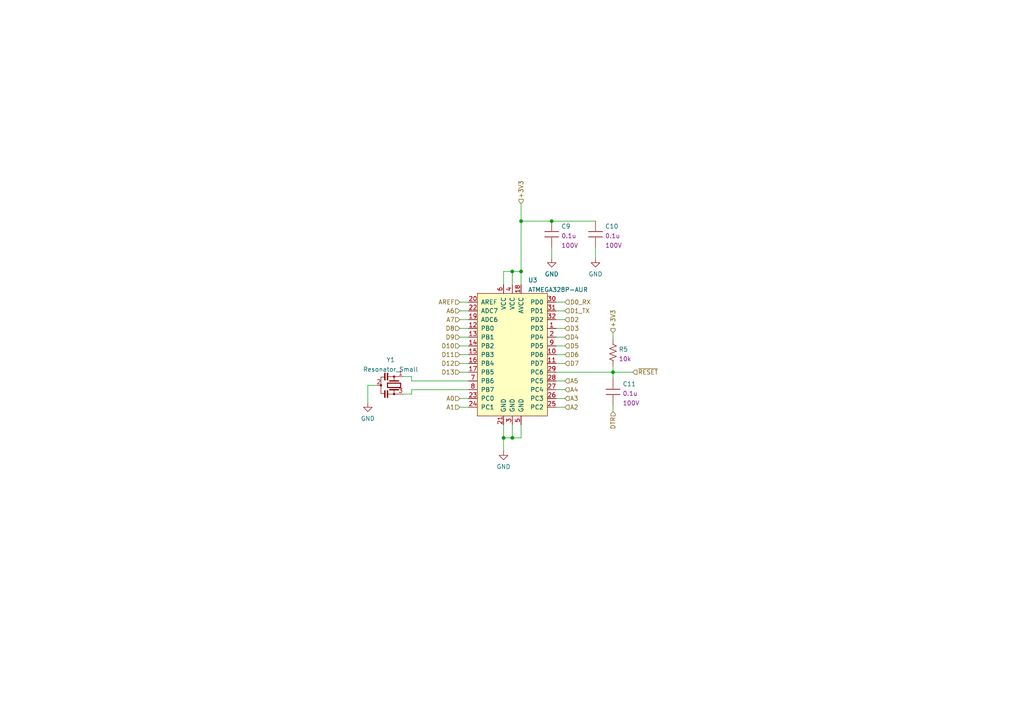
<source format=kicad_sch>
(kicad_sch (version 20211123) (generator eeschema)

  (uuid 51a0c0b2-a2a8-4672-9541-10a4895da274)

  (paper "A4")

  (lib_symbols
    (symbol "Device:Resonator_Small" (pin_names (offset 1.016) hide) (in_bom yes) (on_board yes)
      (property "Reference" "Y" (id 0) (at 3.175 1.905 0)
        (effects (font (size 1.27 1.27)) (justify left))
      )
      (property "Value" "Resonator_Small" (id 1) (at 3.175 0 0)
        (effects (font (size 1.27 1.27)) (justify left))
      )
      (property "Footprint" "" (id 2) (at -0.635 0 0)
        (effects (font (size 1.27 1.27)) hide)
      )
      (property "Datasheet" "~" (id 3) (at -0.635 0 0)
        (effects (font (size 1.27 1.27)) hide)
      )
      (property "ki_keywords" "ceramic resonator" (id 4) (at 0 0 0)
        (effects (font (size 1.27 1.27)) hide)
      )
      (property "ki_description" "Three pin ceramic resonator, small symbol" (id 5) (at 0 0 0)
        (effects (font (size 1.27 1.27)) hide)
      )
      (property "ki_fp_filters" "Filter* Resonator*" (id 6) (at 0 0 0)
        (effects (font (size 1.27 1.27)) hide)
      )
      (symbol "Resonator_Small_0_1"
        (rectangle (start -3.556 -2.54) (end -1.524 -2.794)
          (stroke (width 0) (type default) (color 0 0 0 0))
          (fill (type outline))
        )
        (rectangle (start -3.556 -1.778) (end -1.524 -2.032)
          (stroke (width 0) (type default) (color 0 0 0 0))
          (fill (type outline))
        )
        (circle (center -2.54 0) (radius 0.254)
          (stroke (width 0) (type default) (color 0 0 0 0))
          (fill (type outline))
        )
        (rectangle (start -0.635 1.905) (end 0.635 -1.905)
          (stroke (width 0.3048) (type default) (color 0 0 0 0))
          (fill (type none))
        )
        (circle (center 0 -3.81) (radius 0.254)
          (stroke (width 0) (type default) (color 0 0 0 0))
          (fill (type outline))
        )
        (polyline
          (pts
            (xy -2.54 -1.778)
            (xy -2.54 0)
          )
          (stroke (width 0) (type default) (color 0 0 0 0))
          (fill (type none))
        )
        (polyline
          (pts
            (xy -2.54 0)
            (xy -1.397 0)
          )
          (stroke (width 0) (type default) (color 0 0 0 0))
          (fill (type none))
        )
        (polyline
          (pts
            (xy -2.54 1.27)
            (xy -2.54 0)
          )
          (stroke (width 0) (type default) (color 0 0 0 0))
          (fill (type none))
        )
        (polyline
          (pts
            (xy -1.27 -1.27)
            (xy -1.27 1.27)
          )
          (stroke (width 0.381) (type default) (color 0 0 0 0))
          (fill (type none))
        )
        (polyline
          (pts
            (xy 1.27 -1.27)
            (xy 1.27 1.27)
          )
          (stroke (width 0.381) (type default) (color 0 0 0 0))
          (fill (type none))
        )
        (polyline
          (pts
            (xy 1.27 0)
            (xy 2.54 0)
          )
          (stroke (width 0) (type default) (color 0 0 0 0))
          (fill (type none))
        )
        (polyline
          (pts
            (xy 2.54 0)
            (xy 2.54 -1.778)
          )
          (stroke (width 0) (type default) (color 0 0 0 0))
          (fill (type none))
        )
        (polyline
          (pts
            (xy 2.54 1.27)
            (xy 2.54 0)
          )
          (stroke (width 0) (type default) (color 0 0 0 0))
          (fill (type none))
        )
        (polyline
          (pts
            (xy 2.413 -2.794)
            (xy 2.413 -3.81)
            (xy -2.413 -3.81)
            (xy -2.413 -2.667)
          )
          (stroke (width 0) (type default) (color 0 0 0 0))
          (fill (type none))
        )
        (rectangle (start 1.524 -2.54) (end 3.556 -2.794)
          (stroke (width 0) (type default) (color 0 0 0 0))
          (fill (type outline))
        )
        (rectangle (start 1.524 -1.778) (end 3.556 -2.032)
          (stroke (width 0) (type default) (color 0 0 0 0))
          (fill (type outline))
        )
        (circle (center 2.54 0) (radius 0.254)
          (stroke (width 0) (type default) (color 0 0 0 0))
          (fill (type outline))
        )
      )
      (symbol "Resonator_Small_1_1"
        (pin passive line (at -2.54 2.54 270) (length 1.27)
          (name "1" (effects (font (size 1.27 1.27))))
          (number "1" (effects (font (size 1.27 1.27))))
        )
        (pin passive line (at 0 -5.08 90) (length 1.27)
          (name "2" (effects (font (size 1.27 1.27))))
          (number "2" (effects (font (size 1.27 1.27))))
        )
        (pin passive line (at 2.54 2.54 270) (length 1.27)
          (name "3" (effects (font (size 1.27 1.27))))
          (number "3" (effects (font (size 1.27 1.27))))
        )
      )
    )
    (symbol "dk_Embedded-Microcontrollers:ATMEGA328P-AUR" (pin_names (offset 1.016)) (in_bom yes) (on_board yes)
      (property "Reference" "U" (id 0) (at -10.16 24.13 0)
        (effects (font (size 1.27 1.27)) (justify left))
      )
      (property "Value" "ATMEGA328P-AUR" (id 1) (at 3.81 -13.97 0)
        (effects (font (size 1.27 1.27)) (justify left))
      )
      (property "Footprint" "digikey-footprints:TQFP-32_7x7mm" (id 2) (at 5.08 5.08 0)
        (effects (font (size 1.524 1.524)) (justify left) hide)
      )
      (property "Datasheet" "http://www.microchip.com/mymicrochip/filehandler.aspx?ddocname=en589968" (id 3) (at 5.08 7.62 0)
        (effects (font (size 1.524 1.524)) (justify left) hide)
      )
      (property "Digi-Key_PN" "ATMEGA328P-AURCT-ND" (id 4) (at 5.08 10.16 0)
        (effects (font (size 1.524 1.524)) (justify left) hide)
      )
      (property "MPN" "ATMEGA328P-AUR" (id 5) (at 5.08 12.7 0)
        (effects (font (size 1.524 1.524)) (justify left) hide)
      )
      (property "Category" "Integrated Circuits (ICs)" (id 6) (at 5.08 15.24 0)
        (effects (font (size 1.524 1.524)) (justify left) hide)
      )
      (property "Family" "Embedded - Microcontrollers" (id 7) (at 5.08 17.78 0)
        (effects (font (size 1.524 1.524)) (justify left) hide)
      )
      (property "DK_Datasheet_Link" "http://www.microchip.com/mymicrochip/filehandler.aspx?ddocname=en589968" (id 8) (at 5.08 20.32 0)
        (effects (font (size 1.524 1.524)) (justify left) hide)
      )
      (property "DK_Detail_Page" "/product-detail/en/microchip-technology/ATMEGA328P-AUR/ATMEGA328P-AURCT-ND/3789455" (id 9) (at 5.08 22.86 0)
        (effects (font (size 1.524 1.524)) (justify left) hide)
      )
      (property "Description" "IC MCU 8BIT 32KB FLASH 32TQFP" (id 10) (at 5.08 25.4 0)
        (effects (font (size 1.524 1.524)) (justify left) hide)
      )
      (property "Manufacturer" "Microchip Technology" (id 11) (at 5.08 27.94 0)
        (effects (font (size 1.524 1.524)) (justify left) hide)
      )
      (property "Status" "Active" (id 12) (at 5.08 30.48 0)
        (effects (font (size 1.524 1.524)) (justify left) hide)
      )
      (property "ki_description" "IC MCU 8BIT 32KB FLASH 32TQFP" (id 13) (at 0 0 0)
        (effects (font (size 1.27 1.27)) hide)
      )
      (symbol "ATMEGA328P-AUR_0_1"
        (rectangle (start -10.16 22.86) (end 10.16 -12.7)
          (stroke (width 0) (type default) (color 0 0 0 0))
          (fill (type background))
        )
      )
      (symbol "ATMEGA328P-AUR_1_1"
        (pin bidirectional line (at 12.7 12.7 180) (length 2.54)
          (name "PD3" (effects (font (size 1.27 1.27))))
          (number "1" (effects (font (size 1.27 1.27))))
        )
        (pin bidirectional line (at 12.7 5.08 180) (length 2.54)
          (name "PD6" (effects (font (size 1.27 1.27))))
          (number "10" (effects (font (size 1.27 1.27))))
        )
        (pin bidirectional line (at 12.7 2.54 180) (length 2.54)
          (name "PD7" (effects (font (size 1.27 1.27))))
          (number "11" (effects (font (size 1.27 1.27))))
        )
        (pin bidirectional line (at -12.7 12.7 0) (length 2.54)
          (name "PB0" (effects (font (size 1.27 1.27))))
          (number "12" (effects (font (size 1.27 1.27))))
        )
        (pin bidirectional line (at -12.7 10.16 0) (length 2.54)
          (name "PB1" (effects (font (size 1.27 1.27))))
          (number "13" (effects (font (size 1.27 1.27))))
        )
        (pin bidirectional line (at -12.7 7.62 0) (length 2.54)
          (name "PB2" (effects (font (size 1.27 1.27))))
          (number "14" (effects (font (size 1.27 1.27))))
        )
        (pin bidirectional line (at -12.7 5.08 0) (length 2.54)
          (name "PB3" (effects (font (size 1.27 1.27))))
          (number "15" (effects (font (size 1.27 1.27))))
        )
        (pin bidirectional line (at -12.7 2.54 0) (length 2.54)
          (name "PB4" (effects (font (size 1.27 1.27))))
          (number "16" (effects (font (size 1.27 1.27))))
        )
        (pin bidirectional line (at -12.7 0 0) (length 2.54)
          (name "PB5" (effects (font (size 1.27 1.27))))
          (number "17" (effects (font (size 1.27 1.27))))
        )
        (pin power_in line (at 2.54 25.4 270) (length 2.54)
          (name "AVCC" (effects (font (size 1.27 1.27))))
          (number "18" (effects (font (size 1.27 1.27))))
        )
        (pin input line (at -12.7 15.24 0) (length 2.54)
          (name "ADC6" (effects (font (size 1.27 1.27))))
          (number "19" (effects (font (size 1.27 1.27))))
        )
        (pin bidirectional line (at 12.7 10.16 180) (length 2.54)
          (name "PD4" (effects (font (size 1.27 1.27))))
          (number "2" (effects (font (size 1.27 1.27))))
        )
        (pin input line (at -12.7 20.32 0) (length 2.54)
          (name "AREF" (effects (font (size 1.27 1.27))))
          (number "20" (effects (font (size 1.27 1.27))))
        )
        (pin power_in line (at -2.54 -15.24 90) (length 2.54)
          (name "GND" (effects (font (size 1.27 1.27))))
          (number "21" (effects (font (size 1.27 1.27))))
        )
        (pin input line (at -12.7 17.78 0) (length 2.54)
          (name "ADC7" (effects (font (size 1.27 1.27))))
          (number "22" (effects (font (size 1.27 1.27))))
        )
        (pin bidirectional line (at -12.7 -7.62 0) (length 2.54)
          (name "PC0" (effects (font (size 1.27 1.27))))
          (number "23" (effects (font (size 1.27 1.27))))
        )
        (pin bidirectional line (at -12.7 -10.16 0) (length 2.54)
          (name "PC1" (effects (font (size 1.27 1.27))))
          (number "24" (effects (font (size 1.27 1.27))))
        )
        (pin bidirectional line (at 12.7 -10.16 180) (length 2.54)
          (name "PC2" (effects (font (size 1.27 1.27))))
          (number "25" (effects (font (size 1.27 1.27))))
        )
        (pin bidirectional line (at 12.7 -7.62 180) (length 2.54)
          (name "PC3" (effects (font (size 1.27 1.27))))
          (number "26" (effects (font (size 1.27 1.27))))
        )
        (pin bidirectional line (at 12.7 -5.08 180) (length 2.54)
          (name "PC4" (effects (font (size 1.27 1.27))))
          (number "27" (effects (font (size 1.27 1.27))))
        )
        (pin bidirectional line (at 12.7 -2.54 180) (length 2.54)
          (name "PC5" (effects (font (size 1.27 1.27))))
          (number "28" (effects (font (size 1.27 1.27))))
        )
        (pin bidirectional line (at 12.7 0 180) (length 2.54)
          (name "PC6" (effects (font (size 1.27 1.27))))
          (number "29" (effects (font (size 1.27 1.27))))
        )
        (pin power_in line (at 0 -15.24 90) (length 2.54)
          (name "GND" (effects (font (size 1.27 1.27))))
          (number "3" (effects (font (size 1.27 1.27))))
        )
        (pin bidirectional line (at 12.7 20.32 180) (length 2.54)
          (name "PD0" (effects (font (size 1.27 1.27))))
          (number "30" (effects (font (size 1.27 1.27))))
        )
        (pin bidirectional line (at 12.7 17.78 180) (length 2.54)
          (name "PD1" (effects (font (size 1.27 1.27))))
          (number "31" (effects (font (size 1.27 1.27))))
        )
        (pin bidirectional line (at 12.7 15.24 180) (length 2.54)
          (name "PD2" (effects (font (size 1.27 1.27))))
          (number "32" (effects (font (size 1.27 1.27))))
        )
        (pin power_in line (at 0 25.4 270) (length 2.54)
          (name "VCC" (effects (font (size 1.27 1.27))))
          (number "4" (effects (font (size 1.27 1.27))))
        )
        (pin power_in line (at 2.54 -15.24 90) (length 2.54)
          (name "GND" (effects (font (size 1.27 1.27))))
          (number "5" (effects (font (size 1.27 1.27))))
        )
        (pin power_in line (at -2.54 25.4 270) (length 2.54)
          (name "VCC" (effects (font (size 1.27 1.27))))
          (number "6" (effects (font (size 1.27 1.27))))
        )
        (pin bidirectional line (at -12.7 -2.54 0) (length 2.54)
          (name "PB6" (effects (font (size 1.27 1.27))))
          (number "7" (effects (font (size 1.27 1.27))))
        )
        (pin bidirectional line (at -12.7 -5.08 0) (length 2.54)
          (name "PB7" (effects (font (size 1.27 1.27))))
          (number "8" (effects (font (size 1.27 1.27))))
        )
        (pin bidirectional line (at 12.7 7.62 180) (length 2.54)
          (name "PD5" (effects (font (size 1.27 1.27))))
          (number "9" (effects (font (size 1.27 1.27))))
        )
      )
    )
    (symbol "mw_ceramic_caps:CGA3E3X7S2A104K080AB" (pin_numbers hide) (pin_names (offset 0.254)) (in_bom yes) (on_board yes)
      (property "Reference" "C" (id 0) (at 3.81 3.81 0)
        (effects (font (size 1.27 1.27)) (justify left))
      )
      (property "Value" "CGA3E3X7S2A104K080AB" (id 1) (at 3.81 -12.7 0)
        (effects (font (size 1.27 1.27)) (justify left) hide)
      )
      (property "Footprint" "Capacitor_SMD:C_0603_1608Metric" (id 2) (at 3.81 -15.24 0)
        (effects (font (size 1.27 1.27)) (justify left) hide)
      )
      (property "Datasheet" "~" (id 3) (at 0.635 2.54 0)
        (effects (font (size 1.27 1.27)) hide)
      )
      (property "Digikey Part Number" "445-6938-1-ND" (id 4) (at 3.81 -17.78 0)
        (effects (font (size 1.27 1.27)) (justify left) hide)
      )
      (property "Manufacturer" "TDK" (id 5) (at 3.81 -20.32 0)
        (effects (font (size 1.27 1.27)) (justify left) hide)
      )
      (property "Capacitance" "0.1u" (id 6) (at 3.81 1.27 0)
        (effects (font (size 1.27 1.27)) (justify left))
      )
      (property "Class" "X7S" (id 7) (at 3.81 -10.16 0)
        (effects (font (size 1.27 1.27)) (justify left) hide)
      )
      (property "Size" "0603" (id 8) (at 3.81 -3.81 0)
        (effects (font (size 1.27 1.27)) (justify left) hide)
      )
      (property "Voltage Rating" "100V" (id 9) (at 3.81 -1.27 0)
        (effects (font (size 1.27 1.27)) (justify left))
      )
      (property "Part Number" "CGA3E3X7S2A104K080AB" (id 10) (at 3.81 -22.86 0)
        (effects (font (size 1.27 1.27)) (justify left) hide)
      )
      (property "ki_keywords" "cap capacitor ceramic" (id 11) (at 0 0 0)
        (effects (font (size 1.27 1.27)) hide)
      )
      (property "ki_description" "cap 0.1u 100V 0603 ceramic X7S AEC-Q200" (id 12) (at 0 0 0)
        (effects (font (size 1.27 1.27)) hide)
      )
      (property "ki_fp_filters" "C_*" (id 13) (at 0 0 0)
        (effects (font (size 1.27 1.27)) hide)
      )
      (symbol "CGA3E3X7S2A104K080AB_0_1"
        (polyline
          (pts
            (xy -2.032 -0.762)
            (xy 2.032 -0.762)
          )
          (stroke (width 0.2032) (type default) (color 0 0 0 0))
          (fill (type none))
        )
        (polyline
          (pts
            (xy -2.032 0.762)
            (xy 2.032 0.762)
          )
          (stroke (width 0.2032) (type default) (color 0 0 0 0))
          (fill (type none))
        )
      )
      (symbol "CGA3E3X7S2A104K080AB_1_1"
        (pin passive line (at 0 3.81 270) (length 2.794)
          (name "~" (effects (font (size 1.27 1.27))))
          (number "1" (effects (font (size 1.27 1.27))))
        )
        (pin passive line (at 0 -3.81 90) (length 2.794)
          (name "~" (effects (font (size 1.27 1.27))))
          (number "2" (effects (font (size 1.27 1.27))))
        )
      )
    )
    (symbol "mw_resistors_smd:RC0402FR-0710KL" (pin_numbers hide) (pin_names (offset 0)) (in_bom yes) (on_board yes)
      (property "Reference" "R" (id 0) (at 3.81 1.27 0)
        (effects (font (size 1.27 1.27)))
      )
      (property "Value" "RC0402FR-0710KL" (id 1) (at 2.54 6.35 0)
        (effects (font (size 1.27 1.27)) (justify left) hide)
      )
      (property "Footprint" "Resistor_SMD:R_0402_1005Metric" (id 2) (at 2.54 3.81 0)
        (effects (font (size 1.27 1.27)) (justify left) hide)
      )
      (property "Datasheet" "~" (id 3) (at 2.54 -1.27 90)
        (effects (font (size 1.27 1.27)) (justify left) hide)
      )
      (property "Digikey Part Number" "311-10.0KLRCT-ND" (id 4) (at 2.54 -11.43 0)
        (effects (font (size 1.27 1.27)) (justify left) hide)
      )
      (property "Manufacturer" "Yageo" (id 5) (at 8.89 6.35 0)
        (effects (font (size 1.27 1.27)) hide)
      )
      (property "Part Number" "RC0402FR-0710KL" (id 6) (at 2.54 -8.89 0)
        (effects (font (size 1.27 1.27)) (justify left) hide)
      )
      (property "Tolerance" "1%" (id 7) (at 2.54 -3.81 0)
        (effects (font (size 1.27 1.27)) (justify left) hide)
      )
      (property "Power" "1/16W" (id 8) (at 2.54 -6.35 0)
        (effects (font (size 1.27 1.27)) (justify left) hide)
      )
      (property "Composition" "Thick Film" (id 9) (at 2.54 -16.51 0)
        (effects (font (size 1.27 1.27)) (justify left) hide)
      )
      (property "Temperature Coefficent" "100ppm/degC" (id 10) (at 2.54 -13.97 0)
        (effects (font (size 1.27 1.27)) (justify left) hide)
      )
      (property "Resistance" "10k" (id 11) (at 2.54 -1.27 0)
        (effects (font (size 1.27 1.27)) (justify left))
      )
      (property "ki_keywords" "R res resistor" (id 12) (at 0 0 0)
        (effects (font (size 1.27 1.27)) hide)
      )
      (property "ki_description" "Res 10k 0402 1% 0.0625W Yageo" (id 13) (at 0 0 0)
        (effects (font (size 1.27 1.27)) hide)
      )
      (property "ki_fp_filters" "R_*" (id 14) (at 0 0 0)
        (effects (font (size 1.27 1.27)) hide)
      )
      (symbol "RC0402FR-0710KL_0_1"
        (polyline
          (pts
            (xy 0 -2.286)
            (xy 0 -2.54)
          )
          (stroke (width 0) (type default) (color 0 0 0 0))
          (fill (type none))
        )
        (polyline
          (pts
            (xy 0 2.286)
            (xy 0 2.54)
          )
          (stroke (width 0) (type default) (color 0 0 0 0))
          (fill (type none))
        )
        (polyline
          (pts
            (xy 0 -0.762)
            (xy 1.016 -1.143)
            (xy 0 -1.524)
            (xy -1.016 -1.905)
            (xy 0 -2.286)
          )
          (stroke (width 0) (type default) (color 0 0 0 0))
          (fill (type none))
        )
        (polyline
          (pts
            (xy 0 0.762)
            (xy 1.016 0.381)
            (xy 0 0)
            (xy -1.016 -0.381)
            (xy 0 -0.762)
          )
          (stroke (width 0) (type default) (color 0 0 0 0))
          (fill (type none))
        )
        (polyline
          (pts
            (xy 0 2.286)
            (xy 1.016 1.905)
            (xy 0 1.524)
            (xy -1.016 1.143)
            (xy 0 0.762)
          )
          (stroke (width 0) (type default) (color 0 0 0 0))
          (fill (type none))
        )
      )
      (symbol "RC0402FR-0710KL_1_1"
        (pin passive line (at 0 3.81 270) (length 1.27)
          (name "~" (effects (font (size 1.27 1.27))))
          (number "1" (effects (font (size 1.27 1.27))))
        )
        (pin passive line (at 0 -3.81 90) (length 1.27)
          (name "~" (effects (font (size 1.27 1.27))))
          (number "2" (effects (font (size 1.27 1.27))))
        )
      )
    )
    (symbol "power:GND" (power) (pin_names (offset 0)) (in_bom yes) (on_board yes)
      (property "Reference" "#PWR" (id 0) (at 0 -6.35 0)
        (effects (font (size 1.27 1.27)) hide)
      )
      (property "Value" "GND" (id 1) (at 0 -3.81 0)
        (effects (font (size 1.27 1.27)))
      )
      (property "Footprint" "" (id 2) (at 0 0 0)
        (effects (font (size 1.27 1.27)) hide)
      )
      (property "Datasheet" "" (id 3) (at 0 0 0)
        (effects (font (size 1.27 1.27)) hide)
      )
      (property "ki_keywords" "power-flag" (id 4) (at 0 0 0)
        (effects (font (size 1.27 1.27)) hide)
      )
      (property "ki_description" "Power symbol creates a global label with name \"GND\" , ground" (id 5) (at 0 0 0)
        (effects (font (size 1.27 1.27)) hide)
      )
      (symbol "GND_0_1"
        (polyline
          (pts
            (xy 0 0)
            (xy 0 -1.27)
            (xy 1.27 -1.27)
            (xy 0 -2.54)
            (xy -1.27 -1.27)
            (xy 0 -1.27)
          )
          (stroke (width 0) (type default) (color 0 0 0 0))
          (fill (type none))
        )
      )
      (symbol "GND_1_1"
        (pin power_in line (at 0 0 270) (length 0) hide
          (name "GND" (effects (font (size 1.27 1.27))))
          (number "1" (effects (font (size 1.27 1.27))))
        )
      )
    )
  )

  (junction (at 177.8 107.95) (diameter 0) (color 0 0 0 0)
    (uuid 07848650-f663-4a47-aac4-996d87fdf1c2)
  )
  (junction (at 148.59 127) (diameter 0) (color 0 0 0 0)
    (uuid 334766ed-36d9-480c-9b2f-578ccac98d9f)
  )
  (junction (at 148.59 78.74) (diameter 0) (color 0 0 0 0)
    (uuid 65f0acc5-1187-4b09-8742-d6e4c85d6c19)
  )
  (junction (at 151.13 64.135) (diameter 0) (color 0 0 0 0)
    (uuid 70f240e4-0247-4ec2-9100-8008817f0707)
  )
  (junction (at 146.05 127) (diameter 0) (color 0 0 0 0)
    (uuid 86e005aa-b30e-43b2-8804-4846c00db1a7)
  )
  (junction (at 160.02 64.135) (diameter 0) (color 0 0 0 0)
    (uuid 8eed206e-499f-4c71-9a79-bbbedd960396)
  )
  (junction (at 151.13 78.74) (diameter 0) (color 0 0 0 0)
    (uuid e13a3bdd-7b14-474e-b88b-37346901f8ab)
  )

  (wire (pts (xy 161.29 107.95) (xy 177.8 107.95))
    (stroke (width 0) (type default) (color 0 0 0 0))
    (uuid 00169cb9-470b-41fa-a139-b279cb6046e9)
  )
  (wire (pts (xy 161.29 100.33) (xy 163.83 100.33))
    (stroke (width 0) (type default) (color 0 0 0 0))
    (uuid 027cdaf1-b333-4852-bdca-56245c6ff27e)
  )
  (wire (pts (xy 151.13 64.135) (xy 151.13 78.74))
    (stroke (width 0) (type default) (color 0 0 0 0))
    (uuid 0639174e-b69b-41bf-9280-024f137aefb0)
  )
  (wire (pts (xy 160.02 71.755) (xy 160.02 74.93))
    (stroke (width 0) (type default) (color 0 0 0 0))
    (uuid 06416ec5-6e0f-40ec-9551-0231edb19d59)
  )
  (wire (pts (xy 146.05 78.74) (xy 148.59 78.74))
    (stroke (width 0) (type default) (color 0 0 0 0))
    (uuid 068c5d8f-d451-4302-8087-a43a20f1d666)
  )
  (wire (pts (xy 151.13 59.055) (xy 151.13 64.135))
    (stroke (width 0) (type default) (color 0 0 0 0))
    (uuid 076d4ab0-f889-42ad-bcc1-465482e30d96)
  )
  (wire (pts (xy 151.13 127) (xy 148.59 127))
    (stroke (width 0) (type default) (color 0 0 0 0))
    (uuid 08dd6aa1-9ac5-44c3-b124-0d501236f7bb)
  )
  (wire (pts (xy 133.35 100.33) (xy 135.89 100.33))
    (stroke (width 0) (type default) (color 0 0 0 0))
    (uuid 1c5068f7-4d5c-4cf1-ab67-2810c2a58188)
  )
  (wire (pts (xy 133.35 118.11) (xy 135.89 118.11))
    (stroke (width 0) (type default) (color 0 0 0 0))
    (uuid 1d591464-65bd-4035-bf2e-b663459aa68b)
  )
  (wire (pts (xy 135.89 90.17) (xy 133.35 90.17))
    (stroke (width 0) (type default) (color 0 0 0 0))
    (uuid 1d90b475-4772-44c4-9750-104e0df1a6f3)
  )
  (wire (pts (xy 133.35 102.87) (xy 135.89 102.87))
    (stroke (width 0) (type default) (color 0 0 0 0))
    (uuid 1f206a8e-da2d-49b3-8976-a395fcc77cd9)
  )
  (wire (pts (xy 161.29 87.63) (xy 163.83 87.63))
    (stroke (width 0) (type default) (color 0 0 0 0))
    (uuid 1f3c9a2a-2221-4614-908e-045ade7ffa2b)
  )
  (wire (pts (xy 160.02 64.135) (xy 172.72 64.135))
    (stroke (width 0) (type default) (color 0 0 0 0))
    (uuid 2ed04249-bc7e-49b1-b684-db3b19773ed4)
  )
  (wire (pts (xy 177.8 107.95) (xy 177.8 109.855))
    (stroke (width 0) (type default) (color 0 0 0 0))
    (uuid 376dd96e-0872-43fe-9827-1b7a0b310f7a)
  )
  (wire (pts (xy 119.38 113.03) (xy 135.89 113.03))
    (stroke (width 0) (type default) (color 0 0 0 0))
    (uuid 3971a77f-5c11-4d2e-9312-7bbf62d6098e)
  )
  (wire (pts (xy 119.38 114.3) (xy 119.38 113.03))
    (stroke (width 0) (type default) (color 0 0 0 0))
    (uuid 40a402ac-4682-4981-b744-3c94c1ac369b)
  )
  (wire (pts (xy 148.59 127) (xy 146.05 127))
    (stroke (width 0) (type default) (color 0 0 0 0))
    (uuid 4c947921-ac9b-4cc4-bfac-d4b676681a86)
  )
  (wire (pts (xy 177.8 106.045) (xy 177.8 107.95))
    (stroke (width 0) (type default) (color 0 0 0 0))
    (uuid 4d59b9e2-7b14-47e0-8dcb-6a1947fe8252)
  )
  (wire (pts (xy 148.59 82.55) (xy 148.59 78.74))
    (stroke (width 0) (type default) (color 0 0 0 0))
    (uuid 51ca11cf-0444-4454-a3fc-739d4115b12b)
  )
  (wire (pts (xy 161.29 105.41) (xy 163.83 105.41))
    (stroke (width 0) (type default) (color 0 0 0 0))
    (uuid 5275f368-850c-466b-9590-6b4fc5a35d3e)
  )
  (wire (pts (xy 172.72 71.755) (xy 172.72 74.93))
    (stroke (width 0) (type default) (color 0 0 0 0))
    (uuid 58d4980b-7f3d-41c3-9dce-c6d8b7be4496)
  )
  (wire (pts (xy 161.29 95.25) (xy 163.83 95.25))
    (stroke (width 0) (type default) (color 0 0 0 0))
    (uuid 634dff12-a577-43dc-98ea-f0908421f896)
  )
  (wire (pts (xy 177.8 107.95) (xy 183.515 107.95))
    (stroke (width 0) (type default) (color 0 0 0 0))
    (uuid 6a884b3c-5838-414f-93d1-160074217b96)
  )
  (wire (pts (xy 133.35 107.95) (xy 135.89 107.95))
    (stroke (width 0) (type default) (color 0 0 0 0))
    (uuid 6baac69c-8e78-4f4c-85f1-19111bef6ccd)
  )
  (wire (pts (xy 161.29 102.87) (xy 163.83 102.87))
    (stroke (width 0) (type default) (color 0 0 0 0))
    (uuid 6c3a068e-d395-45ff-827a-e49159162f44)
  )
  (wire (pts (xy 133.35 87.63) (xy 135.89 87.63))
    (stroke (width 0) (type default) (color 0 0 0 0))
    (uuid 6c3a2a80-fd1a-42da-ac7d-54fd4812bf55)
  )
  (wire (pts (xy 161.29 110.49) (xy 163.83 110.49))
    (stroke (width 0) (type default) (color 0 0 0 0))
    (uuid 6f25ed56-78a0-4ce1-9b4c-5f42545abd98)
  )
  (wire (pts (xy 119.38 110.49) (xy 135.89 110.49))
    (stroke (width 0) (type default) (color 0 0 0 0))
    (uuid 70e476d8-13fb-4967-83b4-ede05a90ad96)
  )
  (wire (pts (xy 177.8 96.52) (xy 177.8 98.425))
    (stroke (width 0) (type default) (color 0 0 0 0))
    (uuid 75dee2df-a781-4f62-9295-56668a876e58)
  )
  (wire (pts (xy 116.84 114.3) (xy 119.38 114.3))
    (stroke (width 0) (type default) (color 0 0 0 0))
    (uuid 7e01fa55-706a-4677-8340-baf619dd3f95)
  )
  (wire (pts (xy 133.35 105.41) (xy 135.89 105.41))
    (stroke (width 0) (type default) (color 0 0 0 0))
    (uuid 7f2137b6-789f-421c-97e0-5358f9ca0f21)
  )
  (wire (pts (xy 133.35 95.25) (xy 135.89 95.25))
    (stroke (width 0) (type default) (color 0 0 0 0))
    (uuid 82ea2a21-3980-4e93-83f3-2730a0b34276)
  )
  (wire (pts (xy 148.59 78.74) (xy 151.13 78.74))
    (stroke (width 0) (type default) (color 0 0 0 0))
    (uuid 8744526a-e114-417c-a9fe-9c966e1f06ad)
  )
  (wire (pts (xy 163.83 118.11) (xy 161.29 118.11))
    (stroke (width 0) (type default) (color 0 0 0 0))
    (uuid 8afcf642-2829-4f1f-b865-d109fa83e6c3)
  )
  (wire (pts (xy 161.29 113.03) (xy 163.83 113.03))
    (stroke (width 0) (type default) (color 0 0 0 0))
    (uuid 8efcca8d-cf1e-4e49-bc4a-3af80d36e411)
  )
  (wire (pts (xy 161.29 115.57) (xy 163.83 115.57))
    (stroke (width 0) (type default) (color 0 0 0 0))
    (uuid 93d03731-568c-4a4d-855d-ee9b1f0758c9)
  )
  (wire (pts (xy 148.59 123.19) (xy 148.59 127))
    (stroke (width 0) (type default) (color 0 0 0 0))
    (uuid 97e0513d-808e-4963-8d00-b41d09e69a22)
  )
  (wire (pts (xy 151.13 123.19) (xy 151.13 127))
    (stroke (width 0) (type default) (color 0 0 0 0))
    (uuid 9dbd0885-3e23-4e3c-8099-677f70e558b0)
  )
  (wire (pts (xy 151.13 78.74) (xy 151.13 82.55))
    (stroke (width 0) (type default) (color 0 0 0 0))
    (uuid a63c91fd-0c4f-4116-9742-0fdaf8ff2b23)
  )
  (wire (pts (xy 133.35 115.57) (xy 135.89 115.57))
    (stroke (width 0) (type default) (color 0 0 0 0))
    (uuid abe62f0c-ab3a-4422-9237-08a92c61bbc3)
  )
  (wire (pts (xy 161.29 97.79) (xy 163.83 97.79))
    (stroke (width 0) (type default) (color 0 0 0 0))
    (uuid b45aff70-7065-4a6b-af7c-4b009c546eee)
  )
  (wire (pts (xy 135.89 92.71) (xy 133.35 92.71))
    (stroke (width 0) (type default) (color 0 0 0 0))
    (uuid bc476dcc-2fe7-4164-bc78-eb85e4c36c5a)
  )
  (wire (pts (xy 109.22 111.76) (xy 106.68 111.76))
    (stroke (width 0) (type default) (color 0 0 0 0))
    (uuid bcea2c3b-c565-4326-8356-f43dde99d4bf)
  )
  (wire (pts (xy 146.05 127) (xy 146.05 130.81))
    (stroke (width 0) (type default) (color 0 0 0 0))
    (uuid bcf2b058-f15e-414d-913c-d2b1bbf54f2b)
  )
  (wire (pts (xy 133.35 97.79) (xy 135.89 97.79))
    (stroke (width 0) (type default) (color 0 0 0 0))
    (uuid bd6ee7af-bdcc-4b2d-ba85-1f19999301bb)
  )
  (wire (pts (xy 161.29 90.17) (xy 163.83 90.17))
    (stroke (width 0) (type default) (color 0 0 0 0))
    (uuid c16ae12a-96dd-4e67-b504-d213fb64a1cc)
  )
  (wire (pts (xy 161.29 92.71) (xy 163.83 92.71))
    (stroke (width 0) (type default) (color 0 0 0 0))
    (uuid cf477761-2623-4aa3-b4bd-0ae13a0582ea)
  )
  (wire (pts (xy 116.84 109.22) (xy 119.38 109.22))
    (stroke (width 0) (type default) (color 0 0 0 0))
    (uuid d2853cd6-1931-4f09-844d-b67cafa43a85)
  )
  (wire (pts (xy 177.8 117.475) (xy 177.8 119.38))
    (stroke (width 0) (type default) (color 0 0 0 0))
    (uuid d3c8ce0b-fbde-42f7-94ee-24ea04cf0127)
  )
  (wire (pts (xy 119.38 109.22) (xy 119.38 110.49))
    (stroke (width 0) (type default) (color 0 0 0 0))
    (uuid d8388749-f8c9-4b2d-8ba2-94584b17c53f)
  )
  (wire (pts (xy 151.13 64.135) (xy 160.02 64.135))
    (stroke (width 0) (type default) (color 0 0 0 0))
    (uuid e3f1d2f3-1b8b-4ae1-bf29-a0c9a990d64d)
  )
  (wire (pts (xy 146.05 123.19) (xy 146.05 127))
    (stroke (width 0) (type default) (color 0 0 0 0))
    (uuid e4cc3228-c4b9-4d03-89e8-4c79454a5152)
  )
  (wire (pts (xy 106.68 111.76) (xy 106.68 116.84))
    (stroke (width 0) (type default) (color 0 0 0 0))
    (uuid eec6728f-86cd-4374-9925-bb7c68af45f9)
  )
  (wire (pts (xy 146.05 78.74) (xy 146.05 82.55))
    (stroke (width 0) (type default) (color 0 0 0 0))
    (uuid f6439f13-6c9b-4f69-a610-7282dd4a8d50)
  )

  (hierarchical_label "+3V3" (shape input) (at 177.8 96.52 90)
    (effects (font (size 1.27 1.27)) (justify left))
    (uuid 00a480f3-c801-4c39-adba-848cf07be9d2)
  )
  (hierarchical_label "D8" (shape input) (at 133.35 95.25 180)
    (effects (font (size 1.27 1.27)) (justify right))
    (uuid 172eae3c-e460-4698-9d64-7218c0cb8ab6)
  )
  (hierarchical_label "D7" (shape input) (at 163.83 105.41 0)
    (effects (font (size 1.27 1.27)) (justify left))
    (uuid 1dfb2ebd-0f37-44d1-942e-e01b83899103)
  )
  (hierarchical_label "D12" (shape input) (at 133.35 105.41 180)
    (effects (font (size 1.27 1.27)) (justify right))
    (uuid 2020452a-c4d5-403b-a418-32ee2db1efda)
  )
  (hierarchical_label "D6" (shape input) (at 163.83 102.87 0)
    (effects (font (size 1.27 1.27)) (justify left))
    (uuid 254bf2a5-1ea2-4117-a4a9-44f98a73c181)
  )
  (hierarchical_label "D9" (shape input) (at 133.35 97.79 180)
    (effects (font (size 1.27 1.27)) (justify right))
    (uuid 269e7251-1d03-4e2e-b47c-e1686be2f600)
  )
  (hierarchical_label "D11" (shape input) (at 133.35 102.87 180)
    (effects (font (size 1.27 1.27)) (justify right))
    (uuid 352a0c76-84e1-477a-aa8b-59b9f8c236ee)
  )
  (hierarchical_label "D3" (shape input) (at 163.83 95.25 0)
    (effects (font (size 1.27 1.27)) (justify left))
    (uuid 4019081a-03c2-41bf-8e40-1b00cdd63efa)
  )
  (hierarchical_label "D10" (shape input) (at 133.35 100.33 180)
    (effects (font (size 1.27 1.27)) (justify right))
    (uuid 5e580b6d-da96-42b0-8f2c-23256b4dcce1)
  )
  (hierarchical_label "D13" (shape input) (at 133.35 107.95 180)
    (effects (font (size 1.27 1.27)) (justify right))
    (uuid 6b1bf25c-b126-4fb5-a404-3810c762629a)
  )
  (hierarchical_label "A6" (shape input) (at 133.35 90.17 180)
    (effects (font (size 1.27 1.27)) (justify right))
    (uuid 7001ad5b-ddbe-4da4-866e-7b998ef331e1)
  )
  (hierarchical_label "D4" (shape input) (at 163.83 97.79 0)
    (effects (font (size 1.27 1.27)) (justify left))
    (uuid 72dda921-0df4-4b46-8600-ed33fcc948d7)
  )
  (hierarchical_label "A7" (shape input) (at 133.35 92.71 180)
    (effects (font (size 1.27 1.27)) (justify right))
    (uuid 73fa7bdc-a38a-4ba6-9765-f68746e97b90)
  )
  (hierarchical_label "~{RESET}" (shape input) (at 183.515 107.95 0)
    (effects (font (size 1.27 1.27)) (justify left))
    (uuid 753b969d-fed8-4307-9ef9-68eb15ef1432)
  )
  (hierarchical_label "A4" (shape input) (at 163.83 113.03 0)
    (effects (font (size 1.27 1.27)) (justify left))
    (uuid 9c1b19a1-def3-4f9f-b89b-96165b8bde50)
  )
  (hierarchical_label "+3V3" (shape input) (at 151.13 59.055 90)
    (effects (font (size 1.27 1.27)) (justify left))
    (uuid b45e83c4-2bb5-46a0-9855-0609e4c12365)
  )
  (hierarchical_label "A2" (shape input) (at 163.83 118.11 0)
    (effects (font (size 1.27 1.27)) (justify left))
    (uuid b6d87030-c62b-4b1e-8237-ac518d3346e2)
  )
  (hierarchical_label "A5" (shape input) (at 163.83 110.49 0)
    (effects (font (size 1.27 1.27)) (justify left))
    (uuid bbf74926-53ad-4452-b7be-01879bf28b4a)
  )
  (hierarchical_label "D2" (shape input) (at 163.83 92.71 0)
    (effects (font (size 1.27 1.27)) (justify left))
    (uuid c828e1b5-bc8a-43da-8c53-c3593758d581)
  )
  (hierarchical_label "D1_TX" (shape input) (at 163.83 90.17 0)
    (effects (font (size 1.27 1.27)) (justify left))
    (uuid d8a28258-4134-4aad-a0a4-822abf81bbd8)
  )
  (hierarchical_label "AREF" (shape input) (at 133.35 87.63 180)
    (effects (font (size 1.27 1.27)) (justify right))
    (uuid d953853c-6978-4eec-8506-989ac4a6c7eb)
  )
  (hierarchical_label "DTR" (shape input) (at 177.8 119.38 270)
    (effects (font (size 1.27 1.27)) (justify right))
    (uuid e19feb95-8cd2-4e3c-9321-48da776bbac7)
  )
  (hierarchical_label "D0_RX" (shape input) (at 163.83 87.63 0)
    (effects (font (size 1.27 1.27)) (justify left))
    (uuid e76610a8-76db-4da7-be29-ca5f67222925)
  )
  (hierarchical_label "A3" (shape input) (at 163.83 115.57 0)
    (effects (font (size 1.27 1.27)) (justify left))
    (uuid ec09c7f4-26fa-492e-956d-157a21e7f4a2)
  )
  (hierarchical_label "A1" (shape input) (at 133.35 118.11 180)
    (effects (font (size 1.27 1.27)) (justify right))
    (uuid ef650e37-21a9-49f5-bdb1-ceea1d643efc)
  )
  (hierarchical_label "A0" (shape input) (at 133.35 115.57 180)
    (effects (font (size 1.27 1.27)) (justify right))
    (uuid f2e1c67d-f893-4be5-ad20-df9e153e1c09)
  )
  (hierarchical_label "D5" (shape input) (at 163.83 100.33 0)
    (effects (font (size 1.27 1.27)) (justify left))
    (uuid f8461640-9a63-4a13-885b-fd939e716da0)
  )

  (symbol (lib_id "dk_Embedded-Microcontrollers:ATMEGA328P-AUR") (at 148.59 107.95 0) (unit 1)
    (in_bom yes) (on_board yes) (fields_autoplaced)
    (uuid 1bf185a8-616a-4428-b4ec-c1003f9fe460)
    (property "Reference" "U3" (id 0) (at 153.1494 81.2505 0)
      (effects (font (size 1.27 1.27)) (justify left))
    )
    (property "Value" "ATMEGA328P-AUR" (id 1) (at 153.1494 84.0256 0)
      (effects (font (size 1.27 1.27)) (justify left))
    )
    (property "Footprint" "digikey-footprints:TQFP-32_7x7mm" (id 2) (at 153.67 102.87 0)
      (effects (font (size 1.524 1.524)) (justify left) hide)
    )
    (property "Datasheet" "http://www.microchip.com/mymicrochip/filehandler.aspx?ddocname=en589968" (id 3) (at 153.67 100.33 0)
      (effects (font (size 1.524 1.524)) (justify left) hide)
    )
    (property "Digi-Key_PN" "ATMEGA328P-AURCT-ND" (id 4) (at 153.67 97.79 0)
      (effects (font (size 1.524 1.524)) (justify left) hide)
    )
    (property "MPN" "ATMEGA328P-AUR" (id 5) (at 153.67 95.25 0)
      (effects (font (size 1.524 1.524)) (justify left) hide)
    )
    (property "Category" "Integrated Circuits (ICs)" (id 6) (at 153.67 92.71 0)
      (effects (font (size 1.524 1.524)) (justify left) hide)
    )
    (property "Family" "Embedded - Microcontrollers" (id 7) (at 153.67 90.17 0)
      (effects (font (size 1.524 1.524)) (justify left) hide)
    )
    (property "DK_Datasheet_Link" "http://www.microchip.com/mymicrochip/filehandler.aspx?ddocname=en589968" (id 8) (at 153.67 87.63 0)
      (effects (font (size 1.524 1.524)) (justify left) hide)
    )
    (property "DK_Detail_Page" "/product-detail/en/microchip-technology/ATMEGA328P-AUR/ATMEGA328P-AURCT-ND/3789455" (id 9) (at 153.67 85.09 0)
      (effects (font (size 1.524 1.524)) (justify left) hide)
    )
    (property "Description" "IC MCU 8BIT 32KB FLASH 32TQFP" (id 10) (at 153.67 82.55 0)
      (effects (font (size 1.524 1.524)) (justify left) hide)
    )
    (property "Manufacturer" "Microchip Technology" (id 11) (at 153.67 80.01 0)
      (effects (font (size 1.524 1.524)) (justify left) hide)
    )
    (property "Status" "Active" (id 12) (at 153.67 77.47 0)
      (effects (font (size 1.524 1.524)) (justify left) hide)
    )
    (pin "1" (uuid 93b747ae-9fcb-40b3-b9c5-615169c96d01))
    (pin "10" (uuid 911f8d0a-c943-4781-a29d-e0641c7dc2a2))
    (pin "11" (uuid 8eb6ecd4-df9f-4e2b-b73e-4bca6ec93d77))
    (pin "12" (uuid 0a97f976-4737-4cf5-8a64-8f399133050f))
    (pin "13" (uuid ff35d87f-a0de-4b22-b2cc-ac552f1e0172))
    (pin "14" (uuid 94de43d1-eea5-4348-8132-c6df88d23ad4))
    (pin "15" (uuid d333519e-b0aa-43bf-a130-2b0802a9535b))
    (pin "16" (uuid 92d8890d-9ada-42ac-8594-c1c12f293642))
    (pin "17" (uuid 3cdba0bb-45be-4f98-99ac-2e764e61dee5))
    (pin "18" (uuid abcb159f-e7c9-456f-bc80-8d87d00d5965))
    (pin "19" (uuid 8de2f5a7-cb09-4937-ab9f-0df4dd31083b))
    (pin "2" (uuid c33a7a28-1465-4c2d-ab2c-b9b9babc7792))
    (pin "20" (uuid 2e52e8ca-cce6-4166-b92e-2499426711ab))
    (pin "21" (uuid 3c816b4f-6524-47e0-afb0-2c08a1403111))
    (pin "22" (uuid c61814cf-a2b0-4b7f-92f9-ff3e044b11c8))
    (pin "23" (uuid 62013913-4cf4-455f-b89f-b81653716863))
    (pin "24" (uuid 1efbe35a-2f31-4e7f-be54-9a6bb437c402))
    (pin "25" (uuid c824e613-4c96-4d74-9835-06fe0a4f45c3))
    (pin "26" (uuid 69a3cdd8-e2c9-43a6-a849-59807509a253))
    (pin "27" (uuid 017a23be-3077-4181-90bb-f0b527f072f3))
    (pin "28" (uuid a93af9da-8987-4408-b6e2-47d4a2c6b5ca))
    (pin "29" (uuid b4ca529c-9162-4175-bf3f-8ea8b721e5ee))
    (pin "3" (uuid 557e694b-9912-428d-a112-abdb49094228))
    (pin "30" (uuid aee67909-8fe5-45bd-8911-1657603d2a67))
    (pin "31" (uuid 05a42f93-b9ff-4626-be47-7340623af45b))
    (pin "32" (uuid 1cc6bcb0-9f02-49ce-a9f1-09b6cc3797d9))
    (pin "4" (uuid d805a203-1d4f-4ced-abb7-b5f7049e07be))
    (pin "5" (uuid 8189bfec-c1c9-4c0e-a3ef-ae33dbf69754))
    (pin "6" (uuid 13d9ce52-e5c6-472c-9ad3-8940f79fab35))
    (pin "7" (uuid 4962f6cb-c33c-408e-940a-91c390020ea2))
    (pin "8" (uuid c5e9b886-d541-45ed-b520-41b0273a3fd1))
    (pin "9" (uuid 3626863d-b01f-4388-93b7-5584a62cd886))
  )

  (symbol (lib_id "mw_ceramic_caps:CGA3E3X7S2A104K080AB") (at 177.8 113.665 0) (unit 1)
    (in_bom yes) (on_board yes) (fields_autoplaced)
    (uuid 1ebe7c27-f12f-4ed0-a5a1-db717d649050)
    (property "Reference" "C11" (id 0) (at 180.5686 111.3689 0)
      (effects (font (size 1.27 1.27)) (justify left))
    )
    (property "Value" "CGA3E3X7S2A104K080AB" (id 1) (at 181.61 126.365 0)
      (effects (font (size 1.27 1.27)) (justify left) hide)
    )
    (property "Footprint" "Capacitor_SMD:C_0603_1608Metric" (id 2) (at 181.61 128.905 0)
      (effects (font (size 1.27 1.27)) (justify left) hide)
    )
    (property "Datasheet" "~" (id 3) (at 178.435 111.125 0)
      (effects (font (size 1.27 1.27)) hide)
    )
    (property "Digikey Part Number" "445-6938-1-ND" (id 4) (at 181.61 131.445 0)
      (effects (font (size 1.27 1.27)) (justify left) hide)
    )
    (property "Manufacturer" "TDK" (id 5) (at 181.61 133.985 0)
      (effects (font (size 1.27 1.27)) (justify left) hide)
    )
    (property "Capacitance" "0.1u" (id 6) (at 180.5686 114.144 0)
      (effects (font (size 1.27 1.27)) (justify left))
    )
    (property "Class" "X7S" (id 7) (at 181.61 123.825 0)
      (effects (font (size 1.27 1.27)) (justify left) hide)
    )
    (property "Size" "0603" (id 8) (at 181.61 117.475 0)
      (effects (font (size 1.27 1.27)) (justify left) hide)
    )
    (property "Voltage Rating" "100V" (id 9) (at 180.5686 116.9191 0)
      (effects (font (size 1.27 1.27)) (justify left))
    )
    (property "Part Number" "CGA3E3X7S2A104K080AB" (id 10) (at 181.61 136.525 0)
      (effects (font (size 1.27 1.27)) (justify left) hide)
    )
    (pin "1" (uuid ae8f5ec6-76c1-4e36-89ab-688739a955f7))
    (pin "2" (uuid 24f68467-870c-42cc-8532-58bc418dcabe))
  )

  (symbol (lib_id "power:GND") (at 172.72 74.93 0) (unit 1)
    (in_bom yes) (on_board yes) (fields_autoplaced)
    (uuid 38d5a376-27ad-4e98-a451-e381e799363f)
    (property "Reference" "#PWR018" (id 0) (at 172.72 81.28 0)
      (effects (font (size 1.27 1.27)) hide)
    )
    (property "Value" "GND" (id 1) (at 172.72 79.4925 0))
    (property "Footprint" "" (id 2) (at 172.72 74.93 0)
      (effects (font (size 1.27 1.27)) hide)
    )
    (property "Datasheet" "" (id 3) (at 172.72 74.93 0)
      (effects (font (size 1.27 1.27)) hide)
    )
    (pin "1" (uuid 5797db38-1f04-4067-99a9-7a057aec3b4c))
  )

  (symbol (lib_id "mw_ceramic_caps:CGA3E3X7S2A104K080AB") (at 172.72 67.945 0) (unit 1)
    (in_bom yes) (on_board yes) (fields_autoplaced)
    (uuid 6318a723-f4b7-42e8-8576-d7285f4bfdac)
    (property "Reference" "C10" (id 0) (at 175.4886 65.6489 0)
      (effects (font (size 1.27 1.27)) (justify left))
    )
    (property "Value" "CGA3E3X7S2A104K080AB" (id 1) (at 176.53 80.645 0)
      (effects (font (size 1.27 1.27)) (justify left) hide)
    )
    (property "Footprint" "Capacitor_SMD:C_0603_1608Metric" (id 2) (at 176.53 83.185 0)
      (effects (font (size 1.27 1.27)) (justify left) hide)
    )
    (property "Datasheet" "~" (id 3) (at 173.355 65.405 0)
      (effects (font (size 1.27 1.27)) hide)
    )
    (property "Digikey Part Number" "445-6938-1-ND" (id 4) (at 176.53 85.725 0)
      (effects (font (size 1.27 1.27)) (justify left) hide)
    )
    (property "Manufacturer" "TDK" (id 5) (at 176.53 88.265 0)
      (effects (font (size 1.27 1.27)) (justify left) hide)
    )
    (property "Capacitance" "0.1u" (id 6) (at 175.4886 68.424 0)
      (effects (font (size 1.27 1.27)) (justify left))
    )
    (property "Class" "X7S" (id 7) (at 176.53 78.105 0)
      (effects (font (size 1.27 1.27)) (justify left) hide)
    )
    (property "Size" "0603" (id 8) (at 176.53 71.755 0)
      (effects (font (size 1.27 1.27)) (justify left) hide)
    )
    (property "Voltage Rating" "100V" (id 9) (at 175.4886 71.1991 0)
      (effects (font (size 1.27 1.27)) (justify left))
    )
    (property "Part Number" "CGA3E3X7S2A104K080AB" (id 10) (at 176.53 90.805 0)
      (effects (font (size 1.27 1.27)) (justify left) hide)
    )
    (pin "1" (uuid 38001861-91f5-4def-89ad-7af1c6600ff1))
    (pin "2" (uuid d1bcbe54-37bd-4b0d-97d4-33a98b8ba9eb))
  )

  (symbol (lib_id "power:GND") (at 160.02 74.93 0) (unit 1)
    (in_bom yes) (on_board yes) (fields_autoplaced)
    (uuid 6cd2b473-b26d-4794-b169-c8e160fb79b1)
    (property "Reference" "#PWR017" (id 0) (at 160.02 81.28 0)
      (effects (font (size 1.27 1.27)) hide)
    )
    (property "Value" "GND" (id 1) (at 160.02 79.4925 0))
    (property "Footprint" "" (id 2) (at 160.02 74.93 0)
      (effects (font (size 1.27 1.27)) hide)
    )
    (property "Datasheet" "" (id 3) (at 160.02 74.93 0)
      (effects (font (size 1.27 1.27)) hide)
    )
    (pin "1" (uuid f44abd58-5645-46fa-881a-b28fb0deae53))
  )

  (symbol (lib_id "power:GND") (at 146.05 130.81 0) (unit 1)
    (in_bom yes) (on_board yes) (fields_autoplaced)
    (uuid 9b25474e-c716-4c2e-ab23-699a12069f84)
    (property "Reference" "#PWR016" (id 0) (at 146.05 137.16 0)
      (effects (font (size 1.27 1.27)) hide)
    )
    (property "Value" "GND" (id 1) (at 146.05 135.3725 0))
    (property "Footprint" "" (id 2) (at 146.05 130.81 0)
      (effects (font (size 1.27 1.27)) hide)
    )
    (property "Datasheet" "" (id 3) (at 146.05 130.81 0)
      (effects (font (size 1.27 1.27)) hide)
    )
    (pin "1" (uuid 38f3978c-3ba5-410f-adfb-e7ee6d3c9ec2))
  )

  (symbol (lib_id "power:GND") (at 106.68 116.84 0) (unit 1)
    (in_bom yes) (on_board yes) (fields_autoplaced)
    (uuid b71235a0-b0d4-402a-a40a-9d16ce6bd514)
    (property "Reference" "#PWR015" (id 0) (at 106.68 123.19 0)
      (effects (font (size 1.27 1.27)) hide)
    )
    (property "Value" "GND" (id 1) (at 106.68 121.4025 0))
    (property "Footprint" "" (id 2) (at 106.68 116.84 0)
      (effects (font (size 1.27 1.27)) hide)
    )
    (property "Datasheet" "" (id 3) (at 106.68 116.84 0)
      (effects (font (size 1.27 1.27)) hide)
    )
    (pin "1" (uuid dad35225-64c3-49e7-a696-3c1e282ee8fd))
  )

  (symbol (lib_id "mw_ceramic_caps:CGA3E3X7S2A104K080AB") (at 160.02 67.945 0) (unit 1)
    (in_bom yes) (on_board yes) (fields_autoplaced)
    (uuid c86d6b23-7331-4cdd-a8f9-28afb3024d92)
    (property "Reference" "C9" (id 0) (at 162.7886 65.6489 0)
      (effects (font (size 1.27 1.27)) (justify left))
    )
    (property "Value" "CGA3E3X7S2A104K080AB" (id 1) (at 163.83 80.645 0)
      (effects (font (size 1.27 1.27)) (justify left) hide)
    )
    (property "Footprint" "Capacitor_SMD:C_0603_1608Metric" (id 2) (at 163.83 83.185 0)
      (effects (font (size 1.27 1.27)) (justify left) hide)
    )
    (property "Datasheet" "~" (id 3) (at 160.655 65.405 0)
      (effects (font (size 1.27 1.27)) hide)
    )
    (property "Digikey Part Number" "445-6938-1-ND" (id 4) (at 163.83 85.725 0)
      (effects (font (size 1.27 1.27)) (justify left) hide)
    )
    (property "Manufacturer" "TDK" (id 5) (at 163.83 88.265 0)
      (effects (font (size 1.27 1.27)) (justify left) hide)
    )
    (property "Capacitance" "0.1u" (id 6) (at 162.7886 68.424 0)
      (effects (font (size 1.27 1.27)) (justify left))
    )
    (property "Class" "X7S" (id 7) (at 163.83 78.105 0)
      (effects (font (size 1.27 1.27)) (justify left) hide)
    )
    (property "Size" "0603" (id 8) (at 163.83 71.755 0)
      (effects (font (size 1.27 1.27)) (justify left) hide)
    )
    (property "Voltage Rating" "100V" (id 9) (at 162.7886 71.1991 0)
      (effects (font (size 1.27 1.27)) (justify left))
    )
    (property "Part Number" "CGA3E3X7S2A104K080AB" (id 10) (at 163.83 90.805 0)
      (effects (font (size 1.27 1.27)) (justify left) hide)
    )
    (pin "1" (uuid 5fbb767c-a823-4100-be56-ad3aa9098a88))
    (pin "2" (uuid ebb8c7b2-5b76-4190-a893-34540042c3cf))
  )

  (symbol (lib_id "mw_resistors_smd:RC0402FR-0710KL") (at 177.8 102.235 0) (unit 1)
    (in_bom yes) (on_board yes) (fields_autoplaced)
    (uuid d761b898-ad22-46f1-bd4b-7775ff9e75d6)
    (property "Reference" "R5" (id 0) (at 179.451 101.3265 0)
      (effects (font (size 1.27 1.27)) (justify left))
    )
    (property "Value" "RC0402FR-0710KL" (id 1) (at 180.34 95.885 0)
      (effects (font (size 1.27 1.27)) (justify left) hide)
    )
    (property "Footprint" "Resistor_SMD:R_0402_1005Metric" (id 2) (at 180.34 98.425 0)
      (effects (font (size 1.27 1.27)) (justify left) hide)
    )
    (property "Datasheet" "~" (id 3) (at 180.34 103.505 90)
      (effects (font (size 1.27 1.27)) (justify left) hide)
    )
    (property "Digikey Part Number" "311-10.0KLRCT-ND" (id 4) (at 180.34 113.665 0)
      (effects (font (size 1.27 1.27)) (justify left) hide)
    )
    (property "Manufacturer" "Yageo" (id 5) (at 186.69 95.885 0)
      (effects (font (size 1.27 1.27)) hide)
    )
    (property "Part Number" "RC0402FR-0710KL" (id 6) (at 180.34 111.125 0)
      (effects (font (size 1.27 1.27)) (justify left) hide)
    )
    (property "Tolerance" "1%" (id 7) (at 180.34 106.045 0)
      (effects (font (size 1.27 1.27)) (justify left) hide)
    )
    (property "Power" "1/16W" (id 8) (at 180.34 108.585 0)
      (effects (font (size 1.27 1.27)) (justify left) hide)
    )
    (property "Composition" "Thick Film" (id 9) (at 180.34 118.745 0)
      (effects (font (size 1.27 1.27)) (justify left) hide)
    )
    (property "Temperature Coefficent" "100ppm/degC" (id 10) (at 180.34 116.205 0)
      (effects (font (size 1.27 1.27)) (justify left) hide)
    )
    (property "Resistance" "10k" (id 11) (at 179.451 104.1016 0)
      (effects (font (size 1.27 1.27)) (justify left))
    )
    (pin "1" (uuid 07fdaacd-7a9f-4a4a-8786-e83691dc9c01))
    (pin "2" (uuid 8e9352cb-c948-4916-838d-db706e2a00d9))
  )

  (symbol (lib_id "Device:Resonator_Small") (at 114.3 111.76 270) (unit 1)
    (in_bom yes) (on_board yes) (fields_autoplaced)
    (uuid e18bb129-23fe-454a-94dc-9a5aba3002d1)
    (property "Reference" "Y1" (id 0) (at 113.2967 104.3645 90))
    (property "Value" "Resonator_Small" (id 1) (at 113.2967 107.1396 90))
    (property "Footprint" "ekd_oscillators:OSC_CSTNE16M0V53C000R0" (id 2) (at 114.3 111.125 0)
      (effects (font (size 1.27 1.27)) hide)
    )
    (property "Datasheet" "~" (id 3) (at 114.3 111.125 0)
      (effects (font (size 1.27 1.27)) hide)
    )
    (pin "1" (uuid db5593a1-c2f0-4e2a-aa47-2f32fb7e9076))
    (pin "2" (uuid 9d11ac46-f344-463e-8c83-2f474daedc06))
    (pin "3" (uuid 93c512da-ce8d-41f5-83fe-27e5b55ae881))
  )
)

</source>
